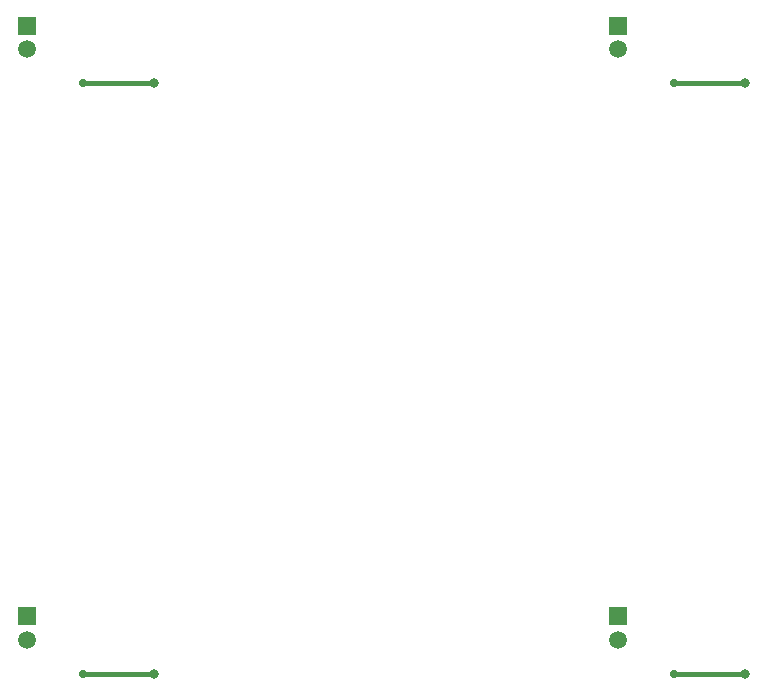
<source format=gbl>
%MOIN*%
%OFA0B0*%
%FSLAX25Y25*%
%IPPOS*%
%LPD*%
%ADD10C,0.027560000413909679*%
%ADD13C,0.017720000266127703*%
%ADD14R,0.059050000886842029X0.059050000886842029*%
%ADD15C,0.059050000886842029*%
%ADD16C,0.031500000473082539*%
%ADD27C,0.027560000413909679*%
%ADD28C,0.017720000266127703*%
%ADD29R,0.059050000886842029X0.059050000886842029*%
%ADD30C,0.059050000886842029*%
%ADD31C,0.031500000473082539*%
%ADD32C,0.027560000413909679*%
%ADD33C,0.017720000266127703*%
%ADD34R,0.059050000886842029X0.059050000886842029*%
%ADD35C,0.059050000886842029*%
%ADD36C,0.031500000473082539*%
%ADD37C,0.027560000413909679*%
%ADD38C,0.017720000266127703*%
%ADD39R,0.059050000886842029X0.059050000886842029*%
%ADD40C,0.059050000886842029*%
%ADD41C,0.031500000473082539*%
G01*
G75*
D10*
X0051181Y0156004D02*
D03*
D13*
X0074902Y0156004D01*
D14*
X0032479Y0175197D02*
D03*
D15*
X0032479Y0167323D02*
D03*
D16*
X0074902Y0156004D02*
D03*
G04 next file*
G04 Layer_Physical_Order=2*
G04 Layer_Color=16711680*
G04 skipping 70
G01*
G75*
D27*
X0248030Y0156004D02*
D03*
D28*
X0271752Y0156004D01*
D29*
X0229330Y0175197D02*
D03*
D30*
X0229330Y0167323D02*
D03*
D31*
X0271752Y0156004D02*
D03*
G04 next file*
G04 Layer_Physical_Order=2*
G04 Layer_Color=16711680*
G04 skipping 70
G01*
G75*
D32*
X0248030Y0352854D02*
D03*
D33*
X0271752Y0352854D01*
D34*
X0229330Y0372047D02*
D03*
D35*
X0229330Y0364173D02*
D03*
D36*
X0271752Y0352854D02*
D03*
G04 next file*
G04 Layer_Physical_Order=2*
G04 Layer_Color=16711680*
G04 skipping 70
G01*
G75*
D37*
X0051181Y0352854D02*
D03*
D38*
X0074902Y0352854D01*
D39*
X0032479Y0372047D02*
D03*
D40*
X0032479Y0364173D02*
D03*
D41*
X0074902Y0352854D02*
D03*
M02*
</source>
